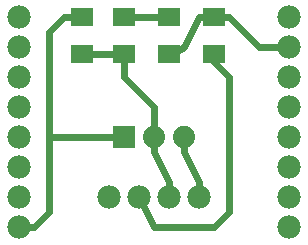
<source format=gtl>
G04 MADE WITH FRITZING*
G04 WWW.FRITZING.ORG*
G04 DOUBLE SIDED*
G04 HOLES PLATED*
G04 CONTOUR ON CENTER OF CONTOUR VECTOR*
%ASAXBY*%
%FSLAX23Y23*%
%MOIN*%
%OFA0B0*%
%SFA1.0B1.0*%
%ADD10C,0.074000*%
%ADD11C,0.078000*%
%ADD12R,0.074803X0.062992*%
%ADD13C,0.024000*%
%ADD14R,0.001000X0.001000*%
%LNCOPPER1*%
G90*
G70*
G54D10*
X418Y382D03*
X518Y382D03*
X618Y382D03*
X418Y382D03*
X518Y382D03*
X618Y382D03*
G54D11*
X368Y183D03*
X468Y183D03*
X568Y183D03*
X668Y183D03*
X68Y82D03*
X68Y182D03*
X68Y282D03*
X68Y382D03*
X68Y482D03*
X68Y582D03*
X68Y682D03*
X68Y782D03*
X968Y782D03*
X968Y682D03*
X968Y582D03*
X968Y482D03*
X968Y382D03*
X968Y282D03*
X968Y182D03*
X968Y82D03*
G54D12*
X718Y660D03*
X718Y782D03*
X568Y659D03*
X568Y782D03*
X418Y782D03*
X418Y660D03*
X278Y782D03*
X278Y660D03*
G54D13*
X868Y682D02*
X768Y782D01*
D02*
X938Y682D02*
X868Y682D01*
D02*
X768Y782D02*
X750Y782D01*
D02*
X668Y782D02*
X686Y782D01*
D02*
X600Y674D02*
X617Y683D01*
D02*
X617Y683D02*
X668Y782D01*
D02*
X450Y782D02*
X536Y782D01*
D02*
X418Y634D02*
X418Y582D01*
D02*
X418Y582D02*
X517Y483D01*
D02*
X517Y483D02*
X518Y413D01*
D02*
X668Y232D02*
X668Y213D01*
D02*
X618Y333D02*
X668Y232D01*
D02*
X618Y352D02*
X618Y333D01*
D02*
X718Y632D02*
X718Y634D01*
D02*
X718Y82D02*
X767Y132D01*
D02*
X518Y83D02*
X718Y82D01*
D02*
X767Y132D02*
X768Y582D01*
D02*
X768Y582D02*
X718Y632D01*
D02*
X481Y156D02*
X518Y83D01*
D02*
X568Y232D02*
X568Y213D01*
D02*
X518Y333D02*
X568Y232D01*
D02*
X518Y352D02*
X518Y333D01*
D02*
X386Y660D02*
X310Y660D01*
D02*
X368Y383D02*
X387Y383D01*
D02*
X167Y732D02*
X167Y383D01*
D02*
X167Y383D02*
X368Y383D01*
D02*
X218Y782D02*
X167Y732D01*
D02*
X246Y782D02*
X218Y782D01*
D02*
X118Y83D02*
X98Y83D01*
D02*
X167Y383D02*
X167Y132D01*
D02*
X387Y382D02*
X167Y383D01*
D02*
X167Y132D02*
X118Y83D01*
G54D14*
X381Y420D02*
X454Y420D01*
X381Y419D02*
X454Y419D01*
X381Y418D02*
X454Y418D01*
X381Y417D02*
X454Y417D01*
X381Y416D02*
X454Y416D01*
X381Y415D02*
X454Y415D01*
X381Y414D02*
X454Y414D01*
X381Y413D02*
X454Y413D01*
X381Y412D02*
X454Y412D01*
X381Y411D02*
X454Y411D01*
X381Y410D02*
X454Y410D01*
X381Y409D02*
X454Y409D01*
X381Y408D02*
X454Y408D01*
X381Y407D02*
X454Y407D01*
X381Y406D02*
X454Y406D01*
X381Y405D02*
X454Y405D01*
X381Y404D02*
X454Y404D01*
X381Y403D02*
X414Y403D01*
X420Y403D02*
X454Y403D01*
X381Y402D02*
X410Y402D01*
X424Y402D02*
X454Y402D01*
X381Y401D02*
X408Y401D01*
X426Y401D02*
X454Y401D01*
X381Y400D02*
X406Y400D01*
X428Y400D02*
X454Y400D01*
X381Y399D02*
X404Y399D01*
X430Y399D02*
X454Y399D01*
X381Y398D02*
X403Y398D01*
X431Y398D02*
X454Y398D01*
X381Y397D02*
X402Y397D01*
X432Y397D02*
X454Y397D01*
X381Y396D02*
X401Y396D01*
X433Y396D02*
X454Y396D01*
X381Y395D02*
X401Y395D01*
X433Y395D02*
X454Y395D01*
X381Y394D02*
X400Y394D01*
X434Y394D02*
X454Y394D01*
X381Y393D02*
X399Y393D01*
X435Y393D02*
X454Y393D01*
X381Y392D02*
X399Y392D01*
X435Y392D02*
X454Y392D01*
X381Y391D02*
X398Y391D01*
X436Y391D02*
X454Y391D01*
X381Y390D02*
X398Y390D01*
X436Y390D02*
X454Y390D01*
X381Y389D02*
X398Y389D01*
X436Y389D02*
X454Y389D01*
X381Y388D02*
X397Y388D01*
X437Y388D02*
X454Y388D01*
X381Y387D02*
X397Y387D01*
X437Y387D02*
X454Y387D01*
X381Y386D02*
X397Y386D01*
X437Y386D02*
X454Y386D01*
X381Y385D02*
X397Y385D01*
X437Y385D02*
X454Y385D01*
X381Y384D02*
X397Y384D01*
X437Y384D02*
X454Y384D01*
X381Y383D02*
X397Y383D01*
X437Y383D02*
X454Y383D01*
X381Y382D02*
X397Y382D01*
X437Y382D02*
X454Y382D01*
X381Y381D02*
X397Y381D01*
X437Y381D02*
X454Y381D01*
X381Y380D02*
X397Y380D01*
X437Y380D02*
X454Y380D01*
X381Y379D02*
X397Y379D01*
X437Y379D02*
X454Y379D01*
X381Y378D02*
X398Y378D01*
X436Y378D02*
X454Y378D01*
X381Y377D02*
X398Y377D01*
X436Y377D02*
X454Y377D01*
X381Y376D02*
X398Y376D01*
X436Y376D02*
X454Y376D01*
X381Y375D02*
X399Y375D01*
X435Y375D02*
X454Y375D01*
X381Y374D02*
X399Y374D01*
X435Y374D02*
X454Y374D01*
X381Y373D02*
X400Y373D01*
X434Y373D02*
X454Y373D01*
X381Y372D02*
X401Y372D01*
X433Y372D02*
X454Y372D01*
X381Y371D02*
X402Y371D01*
X433Y371D02*
X454Y371D01*
X381Y370D02*
X402Y370D01*
X432Y370D02*
X454Y370D01*
X381Y369D02*
X403Y369D01*
X431Y369D02*
X454Y369D01*
X381Y368D02*
X405Y368D01*
X429Y368D02*
X454Y368D01*
X381Y367D02*
X406Y367D01*
X428Y367D02*
X454Y367D01*
X381Y366D02*
X408Y366D01*
X426Y366D02*
X454Y366D01*
X381Y365D02*
X410Y365D01*
X424Y365D02*
X454Y365D01*
X381Y364D02*
X416Y364D01*
X418Y364D02*
X454Y364D01*
X381Y363D02*
X454Y363D01*
X381Y362D02*
X454Y362D01*
X381Y361D02*
X454Y361D01*
X381Y360D02*
X454Y360D01*
X381Y359D02*
X454Y359D01*
X381Y358D02*
X454Y358D01*
X381Y357D02*
X454Y357D01*
X381Y356D02*
X454Y356D01*
X381Y355D02*
X454Y355D01*
X381Y354D02*
X454Y354D01*
X381Y353D02*
X454Y353D01*
X381Y352D02*
X454Y352D01*
X381Y351D02*
X454Y351D01*
X381Y350D02*
X454Y350D01*
X381Y349D02*
X454Y349D01*
X381Y348D02*
X454Y348D01*
X381Y347D02*
X453Y347D01*
D02*
G04 End of Copper1*
M02*
</source>
